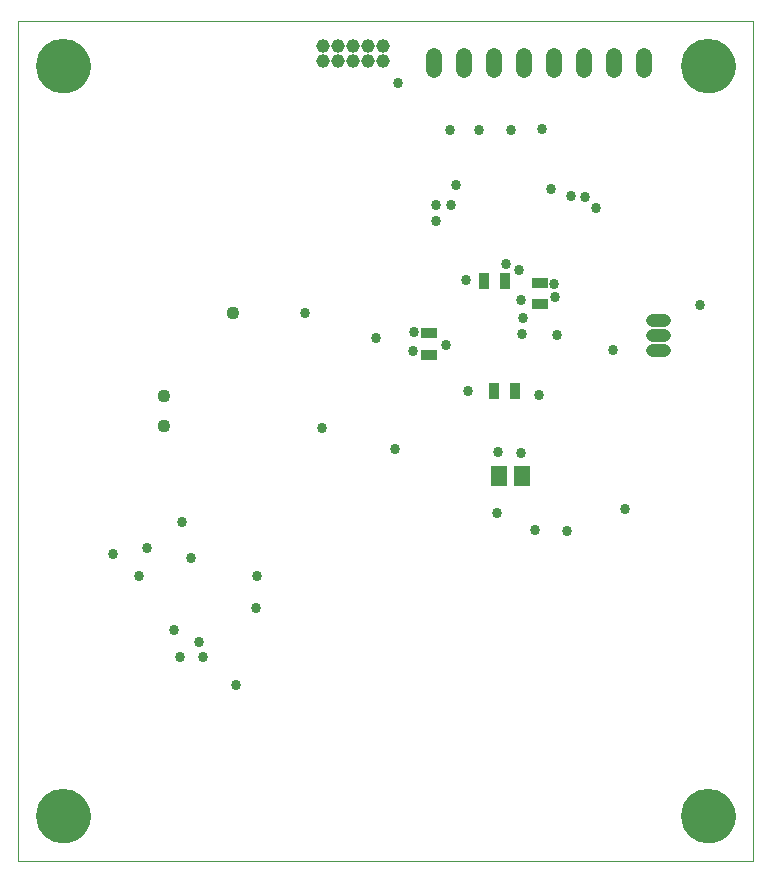
<source format=gbs>
G75*
%MOIN*%
%OFA0B0*%
%FSLAX25Y25*%
%IPPOS*%
%LPD*%
%AMOC8*
5,1,8,0,0,1.08239X$1,22.5*
%
%ADD10C,0.00000*%
%ADD11C,0.18100*%
%ADD12C,0.05400*%
%ADD13C,0.04362*%
%ADD14R,0.03750X0.05324*%
%ADD15R,0.05324X0.03750*%
%ADD16C,0.04537*%
%ADD17C,0.04362*%
%ADD18R,0.05718X0.06506*%
%ADD19C,0.03378*%
D10*
X0007100Y0011300D02*
X0007100Y0291300D01*
X0252100Y0291300D01*
X0252100Y0011300D01*
X0007100Y0011300D01*
X0013350Y0026300D02*
X0013353Y0026515D01*
X0013361Y0026729D01*
X0013374Y0026944D01*
X0013392Y0027158D01*
X0013416Y0027371D01*
X0013445Y0027584D01*
X0013479Y0027796D01*
X0013518Y0028007D01*
X0013563Y0028217D01*
X0013612Y0028426D01*
X0013667Y0028634D01*
X0013727Y0028840D01*
X0013792Y0029045D01*
X0013861Y0029248D01*
X0013936Y0029449D01*
X0014016Y0029648D01*
X0014101Y0029846D01*
X0014190Y0030041D01*
X0014284Y0030234D01*
X0014383Y0030425D01*
X0014487Y0030613D01*
X0014595Y0030798D01*
X0014708Y0030981D01*
X0014825Y0031161D01*
X0014946Y0031338D01*
X0015072Y0031512D01*
X0015202Y0031683D01*
X0015336Y0031851D01*
X0015474Y0032015D01*
X0015617Y0032176D01*
X0015763Y0032333D01*
X0015913Y0032487D01*
X0016067Y0032637D01*
X0016224Y0032783D01*
X0016385Y0032926D01*
X0016549Y0033064D01*
X0016717Y0033198D01*
X0016888Y0033328D01*
X0017062Y0033454D01*
X0017239Y0033575D01*
X0017419Y0033692D01*
X0017602Y0033805D01*
X0017787Y0033913D01*
X0017975Y0034017D01*
X0018166Y0034116D01*
X0018359Y0034210D01*
X0018554Y0034299D01*
X0018752Y0034384D01*
X0018951Y0034464D01*
X0019152Y0034539D01*
X0019355Y0034608D01*
X0019560Y0034673D01*
X0019766Y0034733D01*
X0019974Y0034788D01*
X0020183Y0034837D01*
X0020393Y0034882D01*
X0020604Y0034921D01*
X0020816Y0034955D01*
X0021029Y0034984D01*
X0021242Y0035008D01*
X0021456Y0035026D01*
X0021671Y0035039D01*
X0021885Y0035047D01*
X0022100Y0035050D01*
X0022315Y0035047D01*
X0022529Y0035039D01*
X0022744Y0035026D01*
X0022958Y0035008D01*
X0023171Y0034984D01*
X0023384Y0034955D01*
X0023596Y0034921D01*
X0023807Y0034882D01*
X0024017Y0034837D01*
X0024226Y0034788D01*
X0024434Y0034733D01*
X0024640Y0034673D01*
X0024845Y0034608D01*
X0025048Y0034539D01*
X0025249Y0034464D01*
X0025448Y0034384D01*
X0025646Y0034299D01*
X0025841Y0034210D01*
X0026034Y0034116D01*
X0026225Y0034017D01*
X0026413Y0033913D01*
X0026598Y0033805D01*
X0026781Y0033692D01*
X0026961Y0033575D01*
X0027138Y0033454D01*
X0027312Y0033328D01*
X0027483Y0033198D01*
X0027651Y0033064D01*
X0027815Y0032926D01*
X0027976Y0032783D01*
X0028133Y0032637D01*
X0028287Y0032487D01*
X0028437Y0032333D01*
X0028583Y0032176D01*
X0028726Y0032015D01*
X0028864Y0031851D01*
X0028998Y0031683D01*
X0029128Y0031512D01*
X0029254Y0031338D01*
X0029375Y0031161D01*
X0029492Y0030981D01*
X0029605Y0030798D01*
X0029713Y0030613D01*
X0029817Y0030425D01*
X0029916Y0030234D01*
X0030010Y0030041D01*
X0030099Y0029846D01*
X0030184Y0029648D01*
X0030264Y0029449D01*
X0030339Y0029248D01*
X0030408Y0029045D01*
X0030473Y0028840D01*
X0030533Y0028634D01*
X0030588Y0028426D01*
X0030637Y0028217D01*
X0030682Y0028007D01*
X0030721Y0027796D01*
X0030755Y0027584D01*
X0030784Y0027371D01*
X0030808Y0027158D01*
X0030826Y0026944D01*
X0030839Y0026729D01*
X0030847Y0026515D01*
X0030850Y0026300D01*
X0030847Y0026085D01*
X0030839Y0025871D01*
X0030826Y0025656D01*
X0030808Y0025442D01*
X0030784Y0025229D01*
X0030755Y0025016D01*
X0030721Y0024804D01*
X0030682Y0024593D01*
X0030637Y0024383D01*
X0030588Y0024174D01*
X0030533Y0023966D01*
X0030473Y0023760D01*
X0030408Y0023555D01*
X0030339Y0023352D01*
X0030264Y0023151D01*
X0030184Y0022952D01*
X0030099Y0022754D01*
X0030010Y0022559D01*
X0029916Y0022366D01*
X0029817Y0022175D01*
X0029713Y0021987D01*
X0029605Y0021802D01*
X0029492Y0021619D01*
X0029375Y0021439D01*
X0029254Y0021262D01*
X0029128Y0021088D01*
X0028998Y0020917D01*
X0028864Y0020749D01*
X0028726Y0020585D01*
X0028583Y0020424D01*
X0028437Y0020267D01*
X0028287Y0020113D01*
X0028133Y0019963D01*
X0027976Y0019817D01*
X0027815Y0019674D01*
X0027651Y0019536D01*
X0027483Y0019402D01*
X0027312Y0019272D01*
X0027138Y0019146D01*
X0026961Y0019025D01*
X0026781Y0018908D01*
X0026598Y0018795D01*
X0026413Y0018687D01*
X0026225Y0018583D01*
X0026034Y0018484D01*
X0025841Y0018390D01*
X0025646Y0018301D01*
X0025448Y0018216D01*
X0025249Y0018136D01*
X0025048Y0018061D01*
X0024845Y0017992D01*
X0024640Y0017927D01*
X0024434Y0017867D01*
X0024226Y0017812D01*
X0024017Y0017763D01*
X0023807Y0017718D01*
X0023596Y0017679D01*
X0023384Y0017645D01*
X0023171Y0017616D01*
X0022958Y0017592D01*
X0022744Y0017574D01*
X0022529Y0017561D01*
X0022315Y0017553D01*
X0022100Y0017550D01*
X0021885Y0017553D01*
X0021671Y0017561D01*
X0021456Y0017574D01*
X0021242Y0017592D01*
X0021029Y0017616D01*
X0020816Y0017645D01*
X0020604Y0017679D01*
X0020393Y0017718D01*
X0020183Y0017763D01*
X0019974Y0017812D01*
X0019766Y0017867D01*
X0019560Y0017927D01*
X0019355Y0017992D01*
X0019152Y0018061D01*
X0018951Y0018136D01*
X0018752Y0018216D01*
X0018554Y0018301D01*
X0018359Y0018390D01*
X0018166Y0018484D01*
X0017975Y0018583D01*
X0017787Y0018687D01*
X0017602Y0018795D01*
X0017419Y0018908D01*
X0017239Y0019025D01*
X0017062Y0019146D01*
X0016888Y0019272D01*
X0016717Y0019402D01*
X0016549Y0019536D01*
X0016385Y0019674D01*
X0016224Y0019817D01*
X0016067Y0019963D01*
X0015913Y0020113D01*
X0015763Y0020267D01*
X0015617Y0020424D01*
X0015474Y0020585D01*
X0015336Y0020749D01*
X0015202Y0020917D01*
X0015072Y0021088D01*
X0014946Y0021262D01*
X0014825Y0021439D01*
X0014708Y0021619D01*
X0014595Y0021802D01*
X0014487Y0021987D01*
X0014383Y0022175D01*
X0014284Y0022366D01*
X0014190Y0022559D01*
X0014101Y0022754D01*
X0014016Y0022952D01*
X0013936Y0023151D01*
X0013861Y0023352D01*
X0013792Y0023555D01*
X0013727Y0023760D01*
X0013667Y0023966D01*
X0013612Y0024174D01*
X0013563Y0024383D01*
X0013518Y0024593D01*
X0013479Y0024804D01*
X0013445Y0025016D01*
X0013416Y0025229D01*
X0013392Y0025442D01*
X0013374Y0025656D01*
X0013361Y0025871D01*
X0013353Y0026085D01*
X0013350Y0026300D01*
X0013350Y0276300D02*
X0013353Y0276515D01*
X0013361Y0276729D01*
X0013374Y0276944D01*
X0013392Y0277158D01*
X0013416Y0277371D01*
X0013445Y0277584D01*
X0013479Y0277796D01*
X0013518Y0278007D01*
X0013563Y0278217D01*
X0013612Y0278426D01*
X0013667Y0278634D01*
X0013727Y0278840D01*
X0013792Y0279045D01*
X0013861Y0279248D01*
X0013936Y0279449D01*
X0014016Y0279648D01*
X0014101Y0279846D01*
X0014190Y0280041D01*
X0014284Y0280234D01*
X0014383Y0280425D01*
X0014487Y0280613D01*
X0014595Y0280798D01*
X0014708Y0280981D01*
X0014825Y0281161D01*
X0014946Y0281338D01*
X0015072Y0281512D01*
X0015202Y0281683D01*
X0015336Y0281851D01*
X0015474Y0282015D01*
X0015617Y0282176D01*
X0015763Y0282333D01*
X0015913Y0282487D01*
X0016067Y0282637D01*
X0016224Y0282783D01*
X0016385Y0282926D01*
X0016549Y0283064D01*
X0016717Y0283198D01*
X0016888Y0283328D01*
X0017062Y0283454D01*
X0017239Y0283575D01*
X0017419Y0283692D01*
X0017602Y0283805D01*
X0017787Y0283913D01*
X0017975Y0284017D01*
X0018166Y0284116D01*
X0018359Y0284210D01*
X0018554Y0284299D01*
X0018752Y0284384D01*
X0018951Y0284464D01*
X0019152Y0284539D01*
X0019355Y0284608D01*
X0019560Y0284673D01*
X0019766Y0284733D01*
X0019974Y0284788D01*
X0020183Y0284837D01*
X0020393Y0284882D01*
X0020604Y0284921D01*
X0020816Y0284955D01*
X0021029Y0284984D01*
X0021242Y0285008D01*
X0021456Y0285026D01*
X0021671Y0285039D01*
X0021885Y0285047D01*
X0022100Y0285050D01*
X0022315Y0285047D01*
X0022529Y0285039D01*
X0022744Y0285026D01*
X0022958Y0285008D01*
X0023171Y0284984D01*
X0023384Y0284955D01*
X0023596Y0284921D01*
X0023807Y0284882D01*
X0024017Y0284837D01*
X0024226Y0284788D01*
X0024434Y0284733D01*
X0024640Y0284673D01*
X0024845Y0284608D01*
X0025048Y0284539D01*
X0025249Y0284464D01*
X0025448Y0284384D01*
X0025646Y0284299D01*
X0025841Y0284210D01*
X0026034Y0284116D01*
X0026225Y0284017D01*
X0026413Y0283913D01*
X0026598Y0283805D01*
X0026781Y0283692D01*
X0026961Y0283575D01*
X0027138Y0283454D01*
X0027312Y0283328D01*
X0027483Y0283198D01*
X0027651Y0283064D01*
X0027815Y0282926D01*
X0027976Y0282783D01*
X0028133Y0282637D01*
X0028287Y0282487D01*
X0028437Y0282333D01*
X0028583Y0282176D01*
X0028726Y0282015D01*
X0028864Y0281851D01*
X0028998Y0281683D01*
X0029128Y0281512D01*
X0029254Y0281338D01*
X0029375Y0281161D01*
X0029492Y0280981D01*
X0029605Y0280798D01*
X0029713Y0280613D01*
X0029817Y0280425D01*
X0029916Y0280234D01*
X0030010Y0280041D01*
X0030099Y0279846D01*
X0030184Y0279648D01*
X0030264Y0279449D01*
X0030339Y0279248D01*
X0030408Y0279045D01*
X0030473Y0278840D01*
X0030533Y0278634D01*
X0030588Y0278426D01*
X0030637Y0278217D01*
X0030682Y0278007D01*
X0030721Y0277796D01*
X0030755Y0277584D01*
X0030784Y0277371D01*
X0030808Y0277158D01*
X0030826Y0276944D01*
X0030839Y0276729D01*
X0030847Y0276515D01*
X0030850Y0276300D01*
X0030847Y0276085D01*
X0030839Y0275871D01*
X0030826Y0275656D01*
X0030808Y0275442D01*
X0030784Y0275229D01*
X0030755Y0275016D01*
X0030721Y0274804D01*
X0030682Y0274593D01*
X0030637Y0274383D01*
X0030588Y0274174D01*
X0030533Y0273966D01*
X0030473Y0273760D01*
X0030408Y0273555D01*
X0030339Y0273352D01*
X0030264Y0273151D01*
X0030184Y0272952D01*
X0030099Y0272754D01*
X0030010Y0272559D01*
X0029916Y0272366D01*
X0029817Y0272175D01*
X0029713Y0271987D01*
X0029605Y0271802D01*
X0029492Y0271619D01*
X0029375Y0271439D01*
X0029254Y0271262D01*
X0029128Y0271088D01*
X0028998Y0270917D01*
X0028864Y0270749D01*
X0028726Y0270585D01*
X0028583Y0270424D01*
X0028437Y0270267D01*
X0028287Y0270113D01*
X0028133Y0269963D01*
X0027976Y0269817D01*
X0027815Y0269674D01*
X0027651Y0269536D01*
X0027483Y0269402D01*
X0027312Y0269272D01*
X0027138Y0269146D01*
X0026961Y0269025D01*
X0026781Y0268908D01*
X0026598Y0268795D01*
X0026413Y0268687D01*
X0026225Y0268583D01*
X0026034Y0268484D01*
X0025841Y0268390D01*
X0025646Y0268301D01*
X0025448Y0268216D01*
X0025249Y0268136D01*
X0025048Y0268061D01*
X0024845Y0267992D01*
X0024640Y0267927D01*
X0024434Y0267867D01*
X0024226Y0267812D01*
X0024017Y0267763D01*
X0023807Y0267718D01*
X0023596Y0267679D01*
X0023384Y0267645D01*
X0023171Y0267616D01*
X0022958Y0267592D01*
X0022744Y0267574D01*
X0022529Y0267561D01*
X0022315Y0267553D01*
X0022100Y0267550D01*
X0021885Y0267553D01*
X0021671Y0267561D01*
X0021456Y0267574D01*
X0021242Y0267592D01*
X0021029Y0267616D01*
X0020816Y0267645D01*
X0020604Y0267679D01*
X0020393Y0267718D01*
X0020183Y0267763D01*
X0019974Y0267812D01*
X0019766Y0267867D01*
X0019560Y0267927D01*
X0019355Y0267992D01*
X0019152Y0268061D01*
X0018951Y0268136D01*
X0018752Y0268216D01*
X0018554Y0268301D01*
X0018359Y0268390D01*
X0018166Y0268484D01*
X0017975Y0268583D01*
X0017787Y0268687D01*
X0017602Y0268795D01*
X0017419Y0268908D01*
X0017239Y0269025D01*
X0017062Y0269146D01*
X0016888Y0269272D01*
X0016717Y0269402D01*
X0016549Y0269536D01*
X0016385Y0269674D01*
X0016224Y0269817D01*
X0016067Y0269963D01*
X0015913Y0270113D01*
X0015763Y0270267D01*
X0015617Y0270424D01*
X0015474Y0270585D01*
X0015336Y0270749D01*
X0015202Y0270917D01*
X0015072Y0271088D01*
X0014946Y0271262D01*
X0014825Y0271439D01*
X0014708Y0271619D01*
X0014595Y0271802D01*
X0014487Y0271987D01*
X0014383Y0272175D01*
X0014284Y0272366D01*
X0014190Y0272559D01*
X0014101Y0272754D01*
X0014016Y0272952D01*
X0013936Y0273151D01*
X0013861Y0273352D01*
X0013792Y0273555D01*
X0013727Y0273760D01*
X0013667Y0273966D01*
X0013612Y0274174D01*
X0013563Y0274383D01*
X0013518Y0274593D01*
X0013479Y0274804D01*
X0013445Y0275016D01*
X0013416Y0275229D01*
X0013392Y0275442D01*
X0013374Y0275656D01*
X0013361Y0275871D01*
X0013353Y0276085D01*
X0013350Y0276300D01*
X0228350Y0276300D02*
X0228353Y0276515D01*
X0228361Y0276729D01*
X0228374Y0276944D01*
X0228392Y0277158D01*
X0228416Y0277371D01*
X0228445Y0277584D01*
X0228479Y0277796D01*
X0228518Y0278007D01*
X0228563Y0278217D01*
X0228612Y0278426D01*
X0228667Y0278634D01*
X0228727Y0278840D01*
X0228792Y0279045D01*
X0228861Y0279248D01*
X0228936Y0279449D01*
X0229016Y0279648D01*
X0229101Y0279846D01*
X0229190Y0280041D01*
X0229284Y0280234D01*
X0229383Y0280425D01*
X0229487Y0280613D01*
X0229595Y0280798D01*
X0229708Y0280981D01*
X0229825Y0281161D01*
X0229946Y0281338D01*
X0230072Y0281512D01*
X0230202Y0281683D01*
X0230336Y0281851D01*
X0230474Y0282015D01*
X0230617Y0282176D01*
X0230763Y0282333D01*
X0230913Y0282487D01*
X0231067Y0282637D01*
X0231224Y0282783D01*
X0231385Y0282926D01*
X0231549Y0283064D01*
X0231717Y0283198D01*
X0231888Y0283328D01*
X0232062Y0283454D01*
X0232239Y0283575D01*
X0232419Y0283692D01*
X0232602Y0283805D01*
X0232787Y0283913D01*
X0232975Y0284017D01*
X0233166Y0284116D01*
X0233359Y0284210D01*
X0233554Y0284299D01*
X0233752Y0284384D01*
X0233951Y0284464D01*
X0234152Y0284539D01*
X0234355Y0284608D01*
X0234560Y0284673D01*
X0234766Y0284733D01*
X0234974Y0284788D01*
X0235183Y0284837D01*
X0235393Y0284882D01*
X0235604Y0284921D01*
X0235816Y0284955D01*
X0236029Y0284984D01*
X0236242Y0285008D01*
X0236456Y0285026D01*
X0236671Y0285039D01*
X0236885Y0285047D01*
X0237100Y0285050D01*
X0237315Y0285047D01*
X0237529Y0285039D01*
X0237744Y0285026D01*
X0237958Y0285008D01*
X0238171Y0284984D01*
X0238384Y0284955D01*
X0238596Y0284921D01*
X0238807Y0284882D01*
X0239017Y0284837D01*
X0239226Y0284788D01*
X0239434Y0284733D01*
X0239640Y0284673D01*
X0239845Y0284608D01*
X0240048Y0284539D01*
X0240249Y0284464D01*
X0240448Y0284384D01*
X0240646Y0284299D01*
X0240841Y0284210D01*
X0241034Y0284116D01*
X0241225Y0284017D01*
X0241413Y0283913D01*
X0241598Y0283805D01*
X0241781Y0283692D01*
X0241961Y0283575D01*
X0242138Y0283454D01*
X0242312Y0283328D01*
X0242483Y0283198D01*
X0242651Y0283064D01*
X0242815Y0282926D01*
X0242976Y0282783D01*
X0243133Y0282637D01*
X0243287Y0282487D01*
X0243437Y0282333D01*
X0243583Y0282176D01*
X0243726Y0282015D01*
X0243864Y0281851D01*
X0243998Y0281683D01*
X0244128Y0281512D01*
X0244254Y0281338D01*
X0244375Y0281161D01*
X0244492Y0280981D01*
X0244605Y0280798D01*
X0244713Y0280613D01*
X0244817Y0280425D01*
X0244916Y0280234D01*
X0245010Y0280041D01*
X0245099Y0279846D01*
X0245184Y0279648D01*
X0245264Y0279449D01*
X0245339Y0279248D01*
X0245408Y0279045D01*
X0245473Y0278840D01*
X0245533Y0278634D01*
X0245588Y0278426D01*
X0245637Y0278217D01*
X0245682Y0278007D01*
X0245721Y0277796D01*
X0245755Y0277584D01*
X0245784Y0277371D01*
X0245808Y0277158D01*
X0245826Y0276944D01*
X0245839Y0276729D01*
X0245847Y0276515D01*
X0245850Y0276300D01*
X0245847Y0276085D01*
X0245839Y0275871D01*
X0245826Y0275656D01*
X0245808Y0275442D01*
X0245784Y0275229D01*
X0245755Y0275016D01*
X0245721Y0274804D01*
X0245682Y0274593D01*
X0245637Y0274383D01*
X0245588Y0274174D01*
X0245533Y0273966D01*
X0245473Y0273760D01*
X0245408Y0273555D01*
X0245339Y0273352D01*
X0245264Y0273151D01*
X0245184Y0272952D01*
X0245099Y0272754D01*
X0245010Y0272559D01*
X0244916Y0272366D01*
X0244817Y0272175D01*
X0244713Y0271987D01*
X0244605Y0271802D01*
X0244492Y0271619D01*
X0244375Y0271439D01*
X0244254Y0271262D01*
X0244128Y0271088D01*
X0243998Y0270917D01*
X0243864Y0270749D01*
X0243726Y0270585D01*
X0243583Y0270424D01*
X0243437Y0270267D01*
X0243287Y0270113D01*
X0243133Y0269963D01*
X0242976Y0269817D01*
X0242815Y0269674D01*
X0242651Y0269536D01*
X0242483Y0269402D01*
X0242312Y0269272D01*
X0242138Y0269146D01*
X0241961Y0269025D01*
X0241781Y0268908D01*
X0241598Y0268795D01*
X0241413Y0268687D01*
X0241225Y0268583D01*
X0241034Y0268484D01*
X0240841Y0268390D01*
X0240646Y0268301D01*
X0240448Y0268216D01*
X0240249Y0268136D01*
X0240048Y0268061D01*
X0239845Y0267992D01*
X0239640Y0267927D01*
X0239434Y0267867D01*
X0239226Y0267812D01*
X0239017Y0267763D01*
X0238807Y0267718D01*
X0238596Y0267679D01*
X0238384Y0267645D01*
X0238171Y0267616D01*
X0237958Y0267592D01*
X0237744Y0267574D01*
X0237529Y0267561D01*
X0237315Y0267553D01*
X0237100Y0267550D01*
X0236885Y0267553D01*
X0236671Y0267561D01*
X0236456Y0267574D01*
X0236242Y0267592D01*
X0236029Y0267616D01*
X0235816Y0267645D01*
X0235604Y0267679D01*
X0235393Y0267718D01*
X0235183Y0267763D01*
X0234974Y0267812D01*
X0234766Y0267867D01*
X0234560Y0267927D01*
X0234355Y0267992D01*
X0234152Y0268061D01*
X0233951Y0268136D01*
X0233752Y0268216D01*
X0233554Y0268301D01*
X0233359Y0268390D01*
X0233166Y0268484D01*
X0232975Y0268583D01*
X0232787Y0268687D01*
X0232602Y0268795D01*
X0232419Y0268908D01*
X0232239Y0269025D01*
X0232062Y0269146D01*
X0231888Y0269272D01*
X0231717Y0269402D01*
X0231549Y0269536D01*
X0231385Y0269674D01*
X0231224Y0269817D01*
X0231067Y0269963D01*
X0230913Y0270113D01*
X0230763Y0270267D01*
X0230617Y0270424D01*
X0230474Y0270585D01*
X0230336Y0270749D01*
X0230202Y0270917D01*
X0230072Y0271088D01*
X0229946Y0271262D01*
X0229825Y0271439D01*
X0229708Y0271619D01*
X0229595Y0271802D01*
X0229487Y0271987D01*
X0229383Y0272175D01*
X0229284Y0272366D01*
X0229190Y0272559D01*
X0229101Y0272754D01*
X0229016Y0272952D01*
X0228936Y0273151D01*
X0228861Y0273352D01*
X0228792Y0273555D01*
X0228727Y0273760D01*
X0228667Y0273966D01*
X0228612Y0274174D01*
X0228563Y0274383D01*
X0228518Y0274593D01*
X0228479Y0274804D01*
X0228445Y0275016D01*
X0228416Y0275229D01*
X0228392Y0275442D01*
X0228374Y0275656D01*
X0228361Y0275871D01*
X0228353Y0276085D01*
X0228350Y0276300D01*
X0228350Y0026300D02*
X0228353Y0026515D01*
X0228361Y0026729D01*
X0228374Y0026944D01*
X0228392Y0027158D01*
X0228416Y0027371D01*
X0228445Y0027584D01*
X0228479Y0027796D01*
X0228518Y0028007D01*
X0228563Y0028217D01*
X0228612Y0028426D01*
X0228667Y0028634D01*
X0228727Y0028840D01*
X0228792Y0029045D01*
X0228861Y0029248D01*
X0228936Y0029449D01*
X0229016Y0029648D01*
X0229101Y0029846D01*
X0229190Y0030041D01*
X0229284Y0030234D01*
X0229383Y0030425D01*
X0229487Y0030613D01*
X0229595Y0030798D01*
X0229708Y0030981D01*
X0229825Y0031161D01*
X0229946Y0031338D01*
X0230072Y0031512D01*
X0230202Y0031683D01*
X0230336Y0031851D01*
X0230474Y0032015D01*
X0230617Y0032176D01*
X0230763Y0032333D01*
X0230913Y0032487D01*
X0231067Y0032637D01*
X0231224Y0032783D01*
X0231385Y0032926D01*
X0231549Y0033064D01*
X0231717Y0033198D01*
X0231888Y0033328D01*
X0232062Y0033454D01*
X0232239Y0033575D01*
X0232419Y0033692D01*
X0232602Y0033805D01*
X0232787Y0033913D01*
X0232975Y0034017D01*
X0233166Y0034116D01*
X0233359Y0034210D01*
X0233554Y0034299D01*
X0233752Y0034384D01*
X0233951Y0034464D01*
X0234152Y0034539D01*
X0234355Y0034608D01*
X0234560Y0034673D01*
X0234766Y0034733D01*
X0234974Y0034788D01*
X0235183Y0034837D01*
X0235393Y0034882D01*
X0235604Y0034921D01*
X0235816Y0034955D01*
X0236029Y0034984D01*
X0236242Y0035008D01*
X0236456Y0035026D01*
X0236671Y0035039D01*
X0236885Y0035047D01*
X0237100Y0035050D01*
X0237315Y0035047D01*
X0237529Y0035039D01*
X0237744Y0035026D01*
X0237958Y0035008D01*
X0238171Y0034984D01*
X0238384Y0034955D01*
X0238596Y0034921D01*
X0238807Y0034882D01*
X0239017Y0034837D01*
X0239226Y0034788D01*
X0239434Y0034733D01*
X0239640Y0034673D01*
X0239845Y0034608D01*
X0240048Y0034539D01*
X0240249Y0034464D01*
X0240448Y0034384D01*
X0240646Y0034299D01*
X0240841Y0034210D01*
X0241034Y0034116D01*
X0241225Y0034017D01*
X0241413Y0033913D01*
X0241598Y0033805D01*
X0241781Y0033692D01*
X0241961Y0033575D01*
X0242138Y0033454D01*
X0242312Y0033328D01*
X0242483Y0033198D01*
X0242651Y0033064D01*
X0242815Y0032926D01*
X0242976Y0032783D01*
X0243133Y0032637D01*
X0243287Y0032487D01*
X0243437Y0032333D01*
X0243583Y0032176D01*
X0243726Y0032015D01*
X0243864Y0031851D01*
X0243998Y0031683D01*
X0244128Y0031512D01*
X0244254Y0031338D01*
X0244375Y0031161D01*
X0244492Y0030981D01*
X0244605Y0030798D01*
X0244713Y0030613D01*
X0244817Y0030425D01*
X0244916Y0030234D01*
X0245010Y0030041D01*
X0245099Y0029846D01*
X0245184Y0029648D01*
X0245264Y0029449D01*
X0245339Y0029248D01*
X0245408Y0029045D01*
X0245473Y0028840D01*
X0245533Y0028634D01*
X0245588Y0028426D01*
X0245637Y0028217D01*
X0245682Y0028007D01*
X0245721Y0027796D01*
X0245755Y0027584D01*
X0245784Y0027371D01*
X0245808Y0027158D01*
X0245826Y0026944D01*
X0245839Y0026729D01*
X0245847Y0026515D01*
X0245850Y0026300D01*
X0245847Y0026085D01*
X0245839Y0025871D01*
X0245826Y0025656D01*
X0245808Y0025442D01*
X0245784Y0025229D01*
X0245755Y0025016D01*
X0245721Y0024804D01*
X0245682Y0024593D01*
X0245637Y0024383D01*
X0245588Y0024174D01*
X0245533Y0023966D01*
X0245473Y0023760D01*
X0245408Y0023555D01*
X0245339Y0023352D01*
X0245264Y0023151D01*
X0245184Y0022952D01*
X0245099Y0022754D01*
X0245010Y0022559D01*
X0244916Y0022366D01*
X0244817Y0022175D01*
X0244713Y0021987D01*
X0244605Y0021802D01*
X0244492Y0021619D01*
X0244375Y0021439D01*
X0244254Y0021262D01*
X0244128Y0021088D01*
X0243998Y0020917D01*
X0243864Y0020749D01*
X0243726Y0020585D01*
X0243583Y0020424D01*
X0243437Y0020267D01*
X0243287Y0020113D01*
X0243133Y0019963D01*
X0242976Y0019817D01*
X0242815Y0019674D01*
X0242651Y0019536D01*
X0242483Y0019402D01*
X0242312Y0019272D01*
X0242138Y0019146D01*
X0241961Y0019025D01*
X0241781Y0018908D01*
X0241598Y0018795D01*
X0241413Y0018687D01*
X0241225Y0018583D01*
X0241034Y0018484D01*
X0240841Y0018390D01*
X0240646Y0018301D01*
X0240448Y0018216D01*
X0240249Y0018136D01*
X0240048Y0018061D01*
X0239845Y0017992D01*
X0239640Y0017927D01*
X0239434Y0017867D01*
X0239226Y0017812D01*
X0239017Y0017763D01*
X0238807Y0017718D01*
X0238596Y0017679D01*
X0238384Y0017645D01*
X0238171Y0017616D01*
X0237958Y0017592D01*
X0237744Y0017574D01*
X0237529Y0017561D01*
X0237315Y0017553D01*
X0237100Y0017550D01*
X0236885Y0017553D01*
X0236671Y0017561D01*
X0236456Y0017574D01*
X0236242Y0017592D01*
X0236029Y0017616D01*
X0235816Y0017645D01*
X0235604Y0017679D01*
X0235393Y0017718D01*
X0235183Y0017763D01*
X0234974Y0017812D01*
X0234766Y0017867D01*
X0234560Y0017927D01*
X0234355Y0017992D01*
X0234152Y0018061D01*
X0233951Y0018136D01*
X0233752Y0018216D01*
X0233554Y0018301D01*
X0233359Y0018390D01*
X0233166Y0018484D01*
X0232975Y0018583D01*
X0232787Y0018687D01*
X0232602Y0018795D01*
X0232419Y0018908D01*
X0232239Y0019025D01*
X0232062Y0019146D01*
X0231888Y0019272D01*
X0231717Y0019402D01*
X0231549Y0019536D01*
X0231385Y0019674D01*
X0231224Y0019817D01*
X0231067Y0019963D01*
X0230913Y0020113D01*
X0230763Y0020267D01*
X0230617Y0020424D01*
X0230474Y0020585D01*
X0230336Y0020749D01*
X0230202Y0020917D01*
X0230072Y0021088D01*
X0229946Y0021262D01*
X0229825Y0021439D01*
X0229708Y0021619D01*
X0229595Y0021802D01*
X0229487Y0021987D01*
X0229383Y0022175D01*
X0229284Y0022366D01*
X0229190Y0022559D01*
X0229101Y0022754D01*
X0229016Y0022952D01*
X0228936Y0023151D01*
X0228861Y0023352D01*
X0228792Y0023555D01*
X0228727Y0023760D01*
X0228667Y0023966D01*
X0228612Y0024174D01*
X0228563Y0024383D01*
X0228518Y0024593D01*
X0228479Y0024804D01*
X0228445Y0025016D01*
X0228416Y0025229D01*
X0228392Y0025442D01*
X0228374Y0025656D01*
X0228361Y0025871D01*
X0228353Y0026085D01*
X0228350Y0026300D01*
D11*
X0237100Y0026300D03*
X0022100Y0026300D03*
X0022100Y0276300D03*
X0237100Y0276300D03*
D12*
X0215600Y0274900D02*
X0215600Y0279700D01*
X0205600Y0279700D02*
X0205600Y0274900D01*
X0195600Y0274900D02*
X0195600Y0279700D01*
X0185600Y0279700D02*
X0185600Y0274900D01*
X0175600Y0274900D02*
X0175600Y0279700D01*
X0165600Y0279700D02*
X0165600Y0274900D01*
X0155600Y0274900D02*
X0155600Y0279700D01*
X0145600Y0279700D02*
X0145600Y0274900D01*
D13*
X0078500Y0193800D03*
X0055500Y0166300D03*
X0055500Y0156300D03*
D14*
X0162357Y0204500D03*
X0169443Y0204500D03*
X0172743Y0167800D03*
X0165657Y0167800D03*
D15*
X0144100Y0180057D03*
X0144100Y0187143D03*
X0180900Y0196957D03*
X0180900Y0204043D03*
D16*
X0128800Y0278100D03*
X0128800Y0283100D03*
X0123800Y0283100D03*
X0123800Y0278100D03*
X0118800Y0278100D03*
X0118800Y0283100D03*
X0113800Y0283100D03*
X0113800Y0278100D03*
X0108800Y0278100D03*
X0108800Y0283100D03*
D17*
X0218419Y0191500D02*
X0222181Y0191500D01*
X0222181Y0186500D02*
X0218419Y0186500D01*
X0218419Y0181500D02*
X0222181Y0181500D01*
D18*
X0174840Y0139500D03*
X0167360Y0139500D03*
D19*
X0167000Y0147700D03*
X0174800Y0147300D03*
X0180600Y0166500D03*
X0186600Y0186500D03*
X0185900Y0199300D03*
X0185800Y0203600D03*
X0174600Y0198400D03*
X0175249Y0192289D03*
X0175000Y0187100D03*
X0157000Y0167800D03*
X0149800Y0183400D03*
X0138500Y0181400D03*
X0139100Y0187600D03*
X0126431Y0185631D03*
X0102800Y0193900D03*
X0108300Y0155500D03*
X0132700Y0148700D03*
X0166600Y0127300D03*
X0179300Y0121500D03*
X0190100Y0121300D03*
X0209300Y0128500D03*
X0205300Y0181500D03*
X0234400Y0196500D03*
X0199700Y0229000D03*
X0196000Y0232500D03*
X0191400Y0232900D03*
X0184600Y0235300D03*
X0181600Y0255200D03*
X0171400Y0255000D03*
X0160800Y0255000D03*
X0150900Y0254800D03*
X0152900Y0236700D03*
X0151300Y0229800D03*
X0146300Y0229800D03*
X0146400Y0224500D03*
X0156300Y0205100D03*
X0169500Y0210400D03*
X0174100Y0208300D03*
X0133700Y0270600D03*
X0061600Y0124200D03*
X0064800Y0112400D03*
X0050100Y0115500D03*
X0047400Y0106200D03*
X0038700Y0113600D03*
X0059100Y0088300D03*
X0067149Y0084200D03*
X0068500Y0079200D03*
X0060900Y0079300D03*
X0079700Y0069900D03*
X0086164Y0095600D03*
X0086800Y0106400D03*
M02*

</source>
